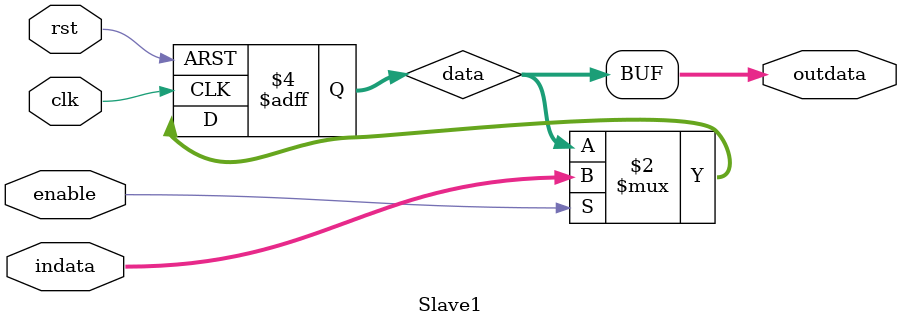
<source format=sv>
module Slave1 (
	input        clk,
	input        rst,
	input        enable,
	input  [7:0] indata,
	output [7:0] outdata
);
	
	logic [7:0] data;
	
	always_ff @(posedge clk or posedge rst) begin
		if (rst)
			data <= 'd0;
		else if (enable)
			data <= indata;
	end
	
	assign outdata = data;
	
endmodule
	
</source>
